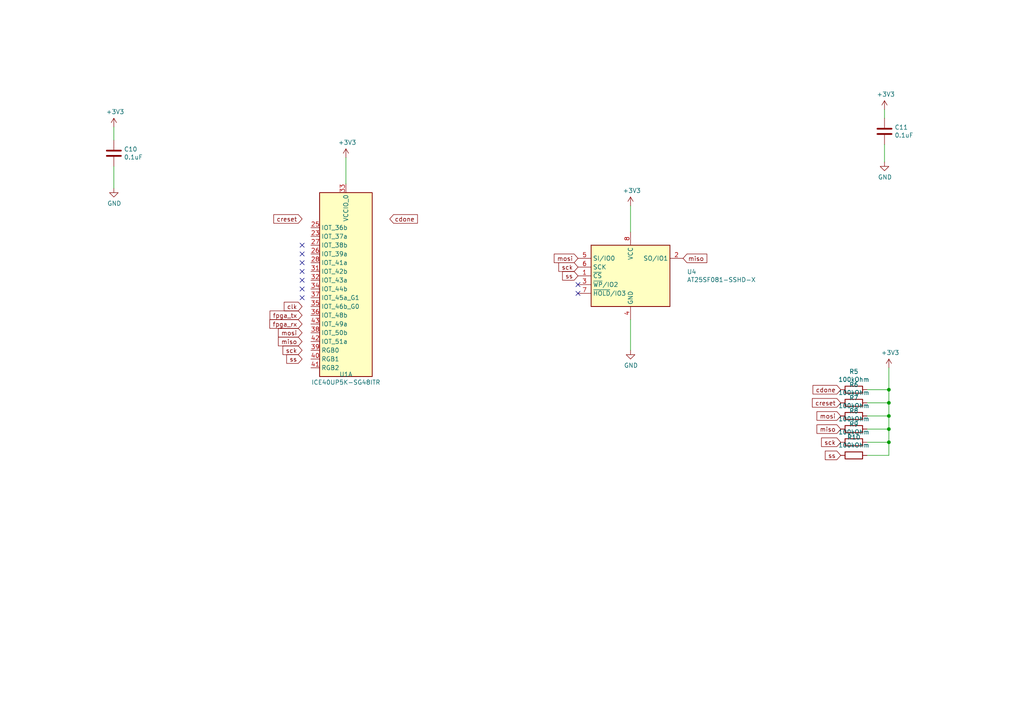
<source format=kicad_sch>
(kicad_sch (version 20211123) (generator eeschema)
  (paper "A4")
  (lib_symbols
    (symbol "Device:C" (pin_numbers hide) (pin_names (offset 0.254))
      (property "Reference" "C" (at 0.635 2.54 0))
      (property "Value" "C" (at 0.635 -2.54 0))
      (symbol "C_0_1"
        (polyline (pts (xy -2.032 -0.762) (xy 2.032 -0.762)) (stroke (width 0.508)))
        (polyline (pts (xy -2.032 0.762) (xy 2.032 0.762)) (stroke (width 0.508)))
      )
      (symbol "C_1_1"
        (pin passive line (at 0 3.81 270) (length 2.794) (name "~") (number "1"))
        (pin passive line (at 0 -3.81 90) (length 2.794) (name "~") (number "2"))
      )
    )
    (symbol "Device:R" (pin_numbers hide) (pin_names (offset 0))
      (property "Reference" "R" (at 2.032 0 90))
      (property "Value" "R" (at 0 0 90))
      (symbol "R_0_1"
        (rectangle (start -1.016 -2.54) (end 1.016 2.54) (stroke (width 0.254)))
      )
      (symbol "R_1_1"
        (pin passive line (at 0 3.81 270) (length 1.27) (name "~") (number "1"))
        (pin passive line (at 0 -3.81 90) (length 1.27) (name "~") (number "2"))
      )
    )
    (symbol "FPGA_Lattice:ICE40UP5K-SG48ITR"
      (property "Reference" "U" (at -8.89 -29.21 0))
      (property "Value" "ICE40UP5K-SG48ITR" (at 0 -31.75 0))
      (symbol "ICE40UP5K-SG48ITR_1_1"
        (rectangle (start -7.62 25.4) (end 7.62 -27.94) (stroke (width 0.254)) (fill (type background)))
        (pin bidirectional line (at -10.16 12.7 0) (length 2.54) (name "IOT_37a") (number "23"))
        (pin bidirectional line (at -10.16 15.24 0) (length 2.54) (name "IOT_36b") (number "25"))
        (pin bidirectional line (at -10.16 7.62 0) (length 2.54) (name "IOT_39a") (number "26"))
        (pin bidirectional line (at -10.16 10.16 0) (length 2.54) (name "IOT_38b") (number "27"))
        (pin bidirectional line (at -10.16 5.08 0) (length 2.54) (name "IOT_41a") (number "28"))
        (pin bidirectional line (at -10.16 2.54 0) (length 2.54) (name "IOT_42b") (number "31"))
        (pin bidirectional line (at -10.16 0 0) (length 2.54) (name "IOT_43a") (number "32"))
        (pin power_in line (at 0 27.94 270) (length 2.54) (name "VCCIO_0") (number "33"))
        (pin bidirectional line (at -10.16 -2.54 0) (length 2.54) (name "IOT_44b") (number "34"))
        (pin bidirectional line (at -10.16 -7.62 0) (length 2.54) (name "IOT_46b_G0") (number "35"))
        (pin bidirectional line (at -10.16 -10.16 0) (length 2.54) (name "IOT_48b") (number "36"))
        (pin bidirectional line (at -10.16 -5.08 0) (length 2.54) (name "IOT_45a_G1") (number "37"))
        (pin bidirectional line (at -10.16 -15.24 0) (length 2.54) (name "IOT_50b") (number "38"))
        (pin open_collector line (at -10.16 -20.32 0) (length 2.54) (name "RGB0") (number "39"))
        (pin open_collector line (at -10.16 -22.86 0) (length 2.54) (name "RGB1") (number "40"))
        (pin open_collector line (at -10.16 -25.4 0) (length 2.54) (name "RGB2") (number "41"))
        (pin bidirectional line (at -10.16 -17.78 0) (length 2.54) (name "IOT_51a") (number "42"))
        (pin bidirectional line (at -10.16 -12.7 0) (length 2.54) (name "IOT_49a") (number "43"))
      )
      (symbol "ICE40UP5K-SG48ITR_2_1"
        (rectangle (start -10.16 25.4) (end 10.16 -25.4) (stroke (width 0.254)) (fill (type background)))
        (pin bidirectional line (at -12.7 5.08 0) (length 2.54) (name "IOB_18a") (number "10"))
        (pin bidirectional line (at -12.7 2.54 0) (length 2.54) (name "IOB_20a") (number "11"))
        (pin bidirectional line (at -12.7 0 0) (length 2.54) (name "IOB_22b") (number "12"))
        (pin bidirectional line (at -12.7 -5.08 0) (length 2.54) (name "IOB_24a") (number "13"))
        (pin bidirectional line (at -12.7 -15.24 0) (length 2.54) (name "IOB_32a_SPI_SO") (number "14"))
        (pin bidirectional line (at -12.7 -20.32 0) (length 2.54) (name "IOB_34a_SPI_SCK") (number "15"))
        (pin bidirectional line (at -12.7 -22.86 0) (length 2.54) (name "IOB_35b_SPI_SS") (number "16"))
        (pin bidirectional line (at -12.7 -17.78 0) (length 2.54) (name "IOB_33b_SPI_SI") (number "17"))
        (pin bidirectional line (at -12.7 -12.7 0) (length 2.54) (name "IOB_31b") (number "18"))
        (pin bidirectional line (at -12.7 -10.16 0) (length 2.54) (name "IOB_29b") (number "19"))
        (pin bidirectional line (at -12.7 -7.62 0) (length 2.54) (name "IOB_25b_G3") (number "20"))
        (pin bidirectional line (at -12.7 -2.54 0) (length 2.54) (name "IOB_23b") (number "21"))
        (pin power_in line (at 0 27.94 270) (length 2.54) (name "SPI_VCCIO1") (number "22"))
        (pin bidirectional line (at -12.7 10.16 0) (length 2.54) (name "IOB_13b") (number "6"))
        (pin open_collector line (at 12.7 17.78 180) (length 2.54) (name "CDONE") (number "7"))
        (pin input line (at -12.7 17.78 0) (length 2.54) (name "~{CRESET}") (number "8"))
        (pin bidirectional line (at -12.7 7.62 0) (length 2.54) (name "IOB_16a") (number "9"))
      )
      (symbol "ICE40UP5K-SG48ITR_3_1"
        (rectangle (start -7.62 15.24) (end 7.62 -15.24) (stroke (width 0.254)) (fill (type background)))
        (pin power_in line (at 0 17.78 270) (length 2.54) (name "VCCIO_2") (number "1"))
        (pin bidirectional line (at -10.16 -7.62 0) (length 2.54) (name "IOB_6a") (number "2"))
        (pin bidirectional line (at -10.16 -12.7 0) (length 2.54) (name "IOB_9b") (number "3"))
        (pin bidirectional line (at -10.16 -10.16 0) (length 2.54) (name "IOB_8a") (number "4"))
        (pin bidirectional line (at -10.16 0 0) (length 2.54) (name "IOB_3b_G6") (number "44"))
        (pin bidirectional line (at -10.16 -5.08 0) (length 2.54) (name "IOB_5b") (number "45"))
        (pin bidirectional line (at -10.16 5.08 0) (length 2.54) (name "IOB_0a") (number "46"))
        (pin bidirectional line (at -10.16 2.54 0) (length 2.54) (name "IOB_2a") (number "47"))
        (pin bidirectional line (at -10.16 -2.54 0) (length 2.54) (name "IOB_4a") (number "48"))
      )
      (symbol "ICE40UP5K-SG48ITR_4_1"
        (rectangle (start -5.08 7.62) (end 5.08 -7.62) (stroke (width 0.254)) (fill (type background)))
        (pin power_in line (at -2.54 10.16 270) (length 2.54) (name "VPP_2V5") (number "24"))
        (pin power_out line (at 2.54 10.16 270) (length 2.54) (name "VCCPLL") (number "29"))
        (pin passive line (at 0 10.16 270) (length 2.54) hide (name "VCC") (number "30"))
        (pin power_in line (at 0 -10.16 90) (length 2.54) (name "GND") (number "49"))
        (pin power_in line (at 0 10.16 270) (length 2.54) (name "VCC") (number "5"))
      )
    )
    (symbol "Memory_Flash:AT25SF081-SSHD-X"
      (property "Reference" "U" (at 2.54 12.7 0))
      (property "Value" "AT25SF081-SSHD-X" (at 10.16 10.16 0))
      (symbol "AT25SF081-SSHD-X_1_1"
        (rectangle (start -11.43 8.89) (end 11.43 -8.89) (stroke (width 0.254)) (fill (type background)))
        (pin input line (at -15.24 0 0) (length 3.81) (name "~{CS}") (number "1"))
        (pin bidirectional line (at 15.24 5.08 180) (length 3.81) (name "SO/IO1") (number "2"))
        (pin bidirectional line (at -15.24 -2.54 0) (length 3.81) (name "~{WP}/IO2") (number "3"))
        (pin power_in line (at 0 -12.7 90) (length 3.81) (name "GND") (number "4"))
        (pin bidirectional line (at -15.24 5.08 0) (length 3.81) (name "SI/IO0") (number "5"))
        (pin input line (at -15.24 2.54 0) (length 3.81) (name "SCK") (number "6"))
        (pin bidirectional line (at -15.24 -5.08 0) (length 3.81) (name "~{HOLD}/IO3") (number "7"))
        (pin power_in line (at 0 12.7 270) (length 3.81) (name "VCC") (number "8"))
      )
    )
    (symbol "power:+3V3" (power) (pin_names (offset 0))
      (property "Value" "+3V3" (at 0 3.556 0))
      (symbol "+3V3_0_1"
        (polyline (pts (xy -0.762 1.27) (xy 0 2.54)))
        (polyline (pts (xy 0 0) (xy 0 2.54)))
        (polyline (pts (xy 0 2.54) (xy 0.762 1.27)))
      )
      (symbol "+3V3_1_1"
        (pin power_in line (at 0 0 90) (length 0) hide (name "+3V3") (number "1"))
      )
    )
    (symbol "power:GND" (power) (pin_names (offset 0))
      (property "Value" "GND" (at 0 -3.81 0))
      (symbol "GND_0_1"
        (polyline (pts (xy 0 0) (xy 0 -1.27) (xy 1.27 -1.27) (xy 0 -2.54) (xy -1.27 -1.27) (xy 0 -1.27)))
      )
      (symbol "GND_1_1"
        (pin power_in line (at 0 0 270) (length 0) hide (name "GND") (number "1"))
      )
    )
  )
  (junction (at 257.81 120.65))
  (junction (at 257.81 124.46))
  (junction (at 257.81 113.03))
  (junction (at 257.81 116.84))
  (junction (at 257.81 128.27))
  (no_connect (at 87.63 76.2))
  (no_connect (at 167.64 85.09))
  (no_connect (at 87.63 83.82))
  (no_connect (at 87.63 81.28))
  (no_connect (at 87.63 71.12))
  (no_connect (at 167.64 82.55))
  (no_connect (at 87.63 78.74))
  (no_connect (at 87.63 86.36))
  (no_connect (at 87.63 73.66))
  (wire (pts (xy 100.33 45.72) (xy 100.33 53.34)))
  (wire (pts (xy 251.46 120.65) (xy 257.81 120.65)))
  (wire (pts (xy 257.81 124.46) (xy 257.81 120.65)))
  (wire (pts (xy 257.81 116.84) (xy 257.81 113.03)))
  (wire (pts (xy 251.46 124.46) (xy 257.81 124.46)))
  (wire (pts (xy 182.88 59.69) (xy 182.88 67.31)))
  (wire (pts (xy 33.02 48.26) (xy 33.02 54.61)))
  (wire (pts (xy 182.88 92.71) (xy 182.88 101.6)))
  (wire (pts (xy 257.81 128.27) (xy 257.81 124.46)))
  (wire (pts (xy 256.54 31.75) (xy 256.54 34.29)))
  (wire (pts (xy 257.81 113.03) (xy 257.81 106.68)))
  (wire (pts (xy 257.81 132.08) (xy 257.81 128.27)))
  (wire (pts (xy 257.81 120.65) (xy 257.81 116.84)))
  (wire (pts (xy 33.02 36.83) (xy 33.02 40.64)))
  (wire (pts (xy 251.46 132.08) (xy 257.81 132.08)))
  (wire (pts (xy 256.54 41.91) (xy 256.54 46.99)))
  (wire (pts (xy 251.46 128.27) (xy 257.81 128.27)))
  (wire (pts (xy 251.46 116.84) (xy 257.81 116.84)))
  (wire (pts (xy 251.46 113.03) (xy 257.81 113.03)))
  (global_label "sck" (shape input) (at 243.84 128.27 180) (property "Intersheet References" "${INTERSHEET_REFS}" (effects hide)))
  (global_label "fpga_rx" (shape input) (at 87.63 93.98 180) (property "Intersheet References" "${INTERSHEET_REFS}" (effects hide)))
  (global_label "sck" (shape input) (at 167.64 77.47 180) (property "Intersheet References" "${INTERSHEET_REFS}" (effects hide)))
  (global_label "mosi" (shape input) (at 87.63 96.52 180) (property "Intersheet References" "${INTERSHEET_REFS}" (effects hide)))
  (global_label "ss" (shape input) (at 243.84 132.08 180) (property "Intersheet References" "${INTERSHEET_REFS}" (effects hide)))
  (global_label "ss" (shape input) (at 87.63 104.14 180) (property "Intersheet References" "${INTERSHEET_REFS}" (effects hide)))
  (global_label "clk" (shape input) (at 87.63 88.9 180) (property "Intersheet References" "${INTERSHEET_REFS}" (effects hide)))
  (global_label "sck" (shape input) (at 87.63 101.6 180) (property "Intersheet References" "${INTERSHEET_REFS}" (effects hide)))
  (global_label "creset" (shape input) (at 243.84 116.84 180) (property "Intersheet References" "${INTERSHEET_REFS}" (effects hide)))
  (global_label "creset" (shape input) (at 87.63 63.5 180) (property "Intersheet References" "${INTERSHEET_REFS}" (effects hide)))
  (global_label "mosi" (shape input) (at 167.64 74.93 180) (property "Intersheet References" "${INTERSHEET_REFS}" (effects hide)))
  (global_label "mosi" (shape input) (at 243.84 120.65 180) (property "Intersheet References" "${INTERSHEET_REFS}" (effects hide)))
  (global_label "ss" (shape input) (at 167.64 80.01 180) (property "Intersheet References" "${INTERSHEET_REFS}" (effects hide)))
  (global_label "miso" (shape input) (at 198.12 74.93 0) (property "Intersheet References" "${INTERSHEET_REFS}" (effects hide)))
  (global_label "cdone" (shape input) (at 113.03 63.5 0) (property "Intersheet References" "${INTERSHEET_REFS}" (effects hide)))
  (global_label "miso" (shape input) (at 243.84 124.46 180) (property "Intersheet References" "${INTERSHEET_REFS}" (effects hide)))
  (global_label "miso" (shape input) (at 87.63 99.06 180) (property "Intersheet References" "${INTERSHEET_REFS}" (effects hide)))
  (global_label "cdone" (shape input) (at 243.84 113.03 180) (property "Intersheet References" "${INTERSHEET_REFS}" (effects hide)))
  (global_label "fpga_tx" (shape input) (at 87.63 91.44 180) (property "Intersheet References" "${INTERSHEET_REFS}" (effects hide)))
  (symbol (lib_id "FPGA_Lattice:ICE40UP5K-SG48ITR") (at 100.33 81.28 0)
    (property "Reference" "U1" (at 100.33 108.585 0))
    (property "Value" "ICE40UP5K-SG48ITR" (at 100.33 110.8964 0))
    (property "Footprint" "Package_DFN_QFN:QFN-48-1EP_7x7mm_P0.5mm_EP5.6x5.6mm" (effects hide))
    (property "Datasheet" "http://www.latticesemi.com/Products/FPGAandCPLD/iCE40Ultra" (effects hide))
  )
  (symbol (lib_id "Memory_Flash:AT25SF081-SSHD-X") (at 182.88 80.01 0) (unit 1)
    (property "Reference" "U4" (at 199.2376 78.8416 0) (effects (justify left)))
    (property "Value" "AT25SF081-SSHD-X" (at 199.2376 81.153 0) (effects (justify left)))
    (property "Footprint" "Package_SO:SOIC-8_3.9x4.9mm_P1.27mm" (effects hide))
    (property "Datasheet" "https://www.adestotech.com/wp-content/uploads/DS-AT25SF081_045.pdf" (effects hide))
  )
  (symbol (lib_id "power:+3V3") (at 256.54 31.75 0) (unit 1)
    (property "Reference" "#PWR030" (effects hide))
    (property "Value" "+3V3" (at 256.921 27.3558 0))
  )
  (symbol (lib_id "power:+3V3") (at 33.02 36.83 0) (unit 1)
    (property "Reference" "#PWR025" (effects hide))
    (property "Value" "+3V3" (at 33.401 32.4358 0))
  )
  (symbol (lib_id "power:+3V3") (at 257.81 106.68 0) (unit 1)
    (property "Reference" "#PWR032" (effects hide))
    (property "Value" "+3V3" (at 258.191 102.2858 0))
  )
  (symbol (lib_id "Device:C") (at 256.54 38.1 0) (unit 1)
    (property "Reference" "C11" (at 259.461 36.9316 0) (effects (justify left)))
    (property "Value" "0.1uF" (at 259.461 39.243 0) (effects (justify left)))
    (property "Footprint" "Capacitor_SMD:C_0402_1005Metric" (effects hide))
  )
  (symbol (lib_id "power:GND") (at 256.54 46.99 0) (unit 1)
    (property "Reference" "#PWR031" (effects hide))
    (property "Value" "GND" (at 256.667 51.3842 0))
  )
  (symbol (lib_id "Device:C") (at 33.02 44.45 0) (unit 1)
    (property "Reference" "C10" (at 35.941 43.2816 0) (effects (justify left)))
    (property "Value" "0.1uF" (at 35.941 45.593 0) (effects (justify left)))
    (property "Footprint" "Capacitor_SMD:C_0402_1005Metric" (effects hide))
  )
  (symbol (lib_id "power:GND") (at 33.02 54.61 0) (unit 1)
    (property "Reference" "#PWR026" (effects hide))
    (property "Value" "GND" (at 33.147 59.0042 0))
  )
  (symbol (lib_id "power:+3V3") (at 182.88 59.69 0) (unit 1)
    (property "Reference" "#PWR028" (effects hide))
    (property "Value" "+3V3" (at 183.261 55.2958 0))
  )
  (symbol (lib_id "power:GND") (at 182.88 101.6 0) (unit 1)
    (property "Reference" "#PWR029" (effects hide))
    (property "Value" "GND" (at 183.007 105.9942 0))
  )
  (symbol (lib_id "Device:R") (at 247.65 113.03 270) (unit 1)
    (property "Reference" "R5" (at 247.65 107.7722 90))
    (property "Value" "100kOhm" (at 247.65 110.0836 90))
    (property "Footprint" "Resistor_SMD:R_0402_1005Metric" (effects hide))
  )
  (symbol (lib_id "Device:R") (at 247.65 116.84 270) (unit 1)
    (property "Reference" "R6" (at 247.65 111.5822 90))
    (property "Value" "100kOhm" (at 247.65 113.8936 90))
    (property "Footprint" "Resistor_SMD:R_0402_1005Metric" (effects hide))
  )
  (symbol (lib_id "power:+3V3") (at 100.33 45.72 0) (unit 1)
    (property "Reference" "#PWR027" (effects hide))
    (property "Value" "+3V3" (at 100.711 41.3258 0))
  )
  (symbol (lib_id "Device:R") (at 247.65 120.65 270) (unit 1)
    (property "Reference" "R7" (at 247.65 115.3922 90))
    (property "Value" "100kOhm" (at 247.65 117.7036 90))
    (property "Footprint" "Resistor_SMD:R_0402_1005Metric" (effects hide))
  )
  (symbol (lib_id "Device:R") (at 247.65 124.46 270) (unit 1)
    (property "Reference" "R8" (at 247.65 119.2022 90))
    (property "Value" "100kOhm" (at 247.65 121.5136 90))
    (property "Footprint" "Resistor_SMD:R_0402_1005Metric" (effects hide))
  )
  (symbol (lib_id "Device:R") (at 247.65 128.27 270) (unit 1)
    (property "Reference" "R9" (at 247.65 123.0122 90))
    (property "Value" "100kOhm" (at 247.65 125.3236 90))
    (property "Footprint" "Resistor_SMD:R_0402_1005Metric" (effects hide))
  )
  (symbol (lib_id "Device:R") (at 247.65 132.08 270) (unit 1)
    (property "Reference" "R10" (at 247.65 126.8222 90))
    (property "Value" "100kOhm" (at 247.65 129.1336 90))
    (property "Footprint" "Resistor_SMD:R_0402_1005Metric" (effects hide))
  )
)
</source>
